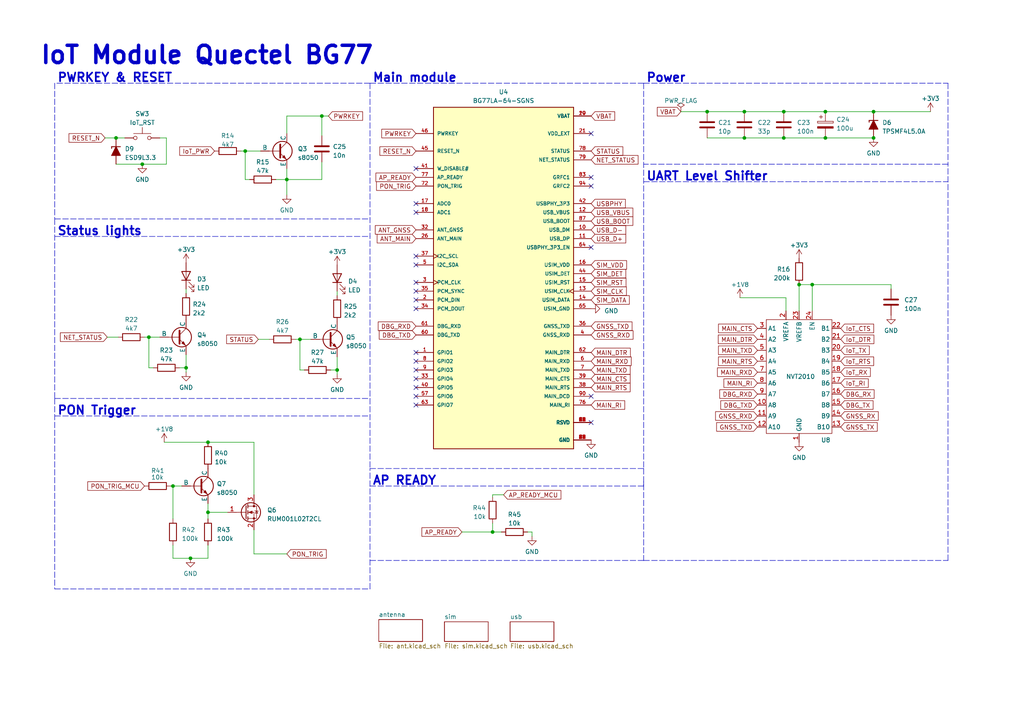
<source format=kicad_sch>
(kicad_sch (version 20230121) (generator eeschema)
  (paper "A4")
  (title_block (title "OBD Monitoring Device") (date "2023-02-27") (company "VUT"))
  (lib_symbols
    (symbol "BG77LA-64-SGNS:BG77LA-64-SGNS" (pin_names (offset 1.016))
      (property "Reference" "U4" (at 0 52.705 0))
      (property "Value" "BG77LA-64-SGNS" (at 0 50.165 0))
      (symbol "BG77LA-64-SGNS_0_0"
        (rectangle (start -20.32 -50.8) (end 20.32 48.26) (stroke (width 0.254)) (fill (type background)))
        (pin bidirectional line (at -25.4 -22.86 0) (length 5.08) (name "GPIO1") (number "1"))
        (pin bidirectional line (at 25.4 12.7 180) (length 5.08) (name "USB_DM") (number "10"))
        (pin bidirectional line (at 25.4 10.16 180) (length 5.08) (name "USB_DP") (number "11"))
        (pin input line (at 25.4 17.78 180) (length 5.08) (name "USB_VBUS") (number "12"))
        (pin output clock (at 25.4 -5.08 180) (length 5.08) (name "USIM_CLK") (number "13"))
        (pin bidirectional line (at 25.4 -7.62 180) (length 5.08) (name "USIM_DATA") (number "14"))
        (pin output line (at 25.4 -2.54 180) (length 5.08) (name "USIM_RST") (number "15"))
        (pin power_out line (at 25.4 2.54 180) (length 5.08) (name "USIM_VDD") (number "16"))
        (pin input line (at -25.4 20.32 0) (length 5.08) (name "ADC0") (number "17"))
        (pin input line (at -25.4 17.78 0) (length 5.08) (name "ADC1") (number "18"))
        (pin power_in line (at 25.4 45.72 180) (length 5.08) (name "VBAT") (number "19"))
        (pin input line (at -25.4 -7.62 0) (length 5.08) (name "PCM_DIN") (number "2"))
        (pin power_in line (at 25.4 45.72 180) (length 5.08) (name "VBAT") (number "20"))
        (pin output line (at 25.4 40.64 180) (length 5.08) (name "VDD_EXT") (number "21"))
        (pin power_in line (at 25.4 -48.26 180) (length 5.08) (name "GND") (number "22"))
        (pin power_in line (at 25.4 -48.26 180) (length 5.08) (name "GND") (number "23"))
        (pin power_in line (at 25.4 -48.26 180) (length 5.08) (name "GND") (number "24"))
        (pin power_in line (at 25.4 -48.26 180) (length 5.08) (name "GND") (number "25"))
        (pin bidirectional line (at -25.4 10.16 0) (length 5.08) (name "ANT_MAIN") (number "26"))
        (pin power_in line (at 25.4 -48.26 180) (length 5.08) (name "GND") (number "27"))
        (pin power_in line (at 25.4 -48.26 180) (length 5.08) (name "GND") (number "28"))
        (pin passive line (at 25.4 -43.18 180) (length 5.08) (name "RSVD") (number "29"))
        (pin output clock (at -25.4 -2.54 0) (length 5.08) (name "PCM_CLK") (number "3"))
        (pin power_in line (at 25.4 -48.26 180) (length 5.08) (name "GND") (number "30"))
        (pin power_in line (at 25.4 -48.26 180) (length 5.08) (name "GND") (number "31"))
        (pin input line (at -25.4 12.7 0) (length 5.08) (name "ANT_GNSS") (number "32"))
        (pin bidirectional line (at -25.4 -30.48 0) (length 5.08) (name "GPIO4") (number "33"))
        (pin output line (at -25.4 -10.16 0) (length 5.08) (name "PCM_DOUT") (number "34"))
        (pin output line (at -25.4 -5.08 0) (length 5.08) (name "PCM_SYNC") (number "35"))
        (pin output line (at 25.4 -15.24 180) (length 5.08) (name "GNSS_TXD") (number "36"))
        (pin input clock (at -25.4 5.08 0) (length 5.08) (name "I2C_SCL") (number "37"))
        (pin input line (at 25.4 -33.02 180) (length 5.08) (name "MAIN_RTS") (number "38"))
        (pin output line (at 25.4 -30.48 180) (length 5.08) (name "MAIN_CTS") (number "39"))
        (pin input line (at 25.4 -17.78 180) (length 5.08) (name "GNSS_RXD") (number "4"))
        (pin bidirectional line (at -25.4 -33.02 0) (length 5.08) (name "GPIO5") (number "40"))
        (pin input line (at -25.4 30.48 0) (length 5.08) (name "W_DISABLE#") (number "41"))
        (pin power_in line (at 25.4 20.32 180) (length 5.08) (name "USBPHY_3P3") (number "42"))
        (pin power_in line (at 25.4 -48.26 180) (length 5.08) (name "GND") (number "43"))
        (pin input line (at 25.4 0 180) (length 5.08) (name "USIM_DET") (number "44"))
        (pin input line (at -25.4 35.56 0) (length 5.08) (name "RESET_N") (number "45"))
        (pin input line (at -25.4 40.64 0) (length 5.08) (name "PWRKEY") (number "46"))
        (pin power_in line (at 25.4 -48.26 180) (length 5.08) (name "GND") (number "47"))
        (pin passive line (at 25.4 -43.18 180) (length 5.08) (name "RSVD") (number "48"))
        (pin passive line (at 25.4 -43.18 180) (length 5.08) (name "RSVD") (number "49"))
        (pin bidirectional line (at -25.4 2.54 0) (length 5.08) (name "I2C_SDA") (number "5"))
        (pin passive line (at 25.4 -43.18 180) (length 5.08) (name "RSVD") (number "50"))
        (pin passive line (at 25.4 -43.18 180) (length 5.08) (name "RSVD") (number "51"))
        (pin power_in line (at 25.4 -48.26 180) (length 5.08) (name "GND") (number "52"))
        (pin power_in line (at 25.4 -48.26 180) (length 5.08) (name "GND") (number "53"))
        (pin power_in line (at 25.4 -48.26 180) (length 5.08) (name "GND") (number "54"))
        (pin power_in line (at 25.4 -48.26 180) (length 5.08) (name "GND") (number "55"))
        (pin power_in line (at 25.4 -48.26 180) (length 5.08) (name "GND") (number "56"))
        (pin bidirectional line (at -25.4 -35.56 0) (length 5.08) (name "GPIO6") (number "57"))
        (pin power_in line (at 25.4 -48.26 180) (length 5.08) (name "GND") (number "58"))
        (pin passive line (at 25.4 -43.18 180) (length 5.08) (name "RSVD") (number "59"))
        (pin input line (at 25.4 -25.4 180) (length 5.08) (name "MAIN_RXD") (number "6"))
        (pin output line (at -25.4 -17.78 0) (length 5.08) (name "DBG_TXD") (number "60"))
        (pin input line (at -25.4 -15.24 0) (length 5.08) (name "DBG_RXD") (number "61"))
        (pin input line (at 25.4 -22.86 180) (length 5.08) (name "MAIN_DTR") (number "62"))
        (pin bidirectional line (at -25.4 -38.1 0) (length 5.08) (name "GPIO7") (number "63"))
        (pin output line (at 25.4 7.62 180) (length 5.08) (name "USBPHY_3P3_EN") (number "64"))
        (pin power_in line (at 25.4 -10.16 180) (length 5.08) (name "USIM_GND") (number "65"))
        (pin power_in line (at 25.4 -48.26 180) (length 5.08) (name "GND") (number "66"))
        (pin passive line (at 25.4 -43.18 180) (length 5.08) (name "RSVD") (number "67"))
        (pin passive line (at 25.4 -43.18 180) (length 5.08) (name "RSVD") (number "68"))
        (pin passive line (at 25.4 -43.18 180) (length 5.08) (name "RSVD") (number "69"))
        (pin output line (at 25.4 -27.94 180) (length 5.08) (name "MAIN_TXD") (number "7"))
        (pin passive line (at 25.4 -43.18 180) (length 5.08) (name "RSVD") (number "70"))
        (pin passive line (at 25.4 -43.18 180) (length 5.08) (name "RSVD") (number "71"))
        (pin input line (at -25.4 25.4 0) (length 5.08) (name "PON_TRIG") (number "72"))
        (pin power_in line (at 25.4 -48.26 180) (length 5.08) (name "GND") (number "73"))
        (pin power_in line (at 25.4 -48.26 180) (length 5.08) (name "GND") (number "74"))
        (pin power_in line (at 25.4 -48.26 180) (length 5.08) (name "GND") (number "75"))
        (pin output line (at 25.4 -38.1 180) (length 5.08) (name "MAIN_RI") (number "76"))
        (pin input line (at -25.4 27.94 0) (length 5.08) (name "AP_READY") (number "77"))
        (pin output line (at 25.4 35.56 180) (length 5.08) (name "STATUS") (number "78"))
        (pin output line (at 25.4 33.02 180) (length 5.08) (name "NET_STATUS") (number "79"))
        (pin bidirectional line (at -25.4 -25.4 0) (length 5.08) (name "GPIO2") (number "8"))
        (pin passive line (at 25.4 -43.18 180) (length 5.08) (name "RSVD") (number "80"))
        (pin passive line (at 25.4 -43.18 180) (length 5.08) (name "RSVD") (number "81"))
        (pin passive line (at 25.4 -43.18 180) (length 5.08) (name "RSVD") (number "82"))
        (pin output line (at 25.4 27.94 180) (length 5.08) (name "GRFC1") (number "83"))
        (pin power_in line (at 25.4 -48.26 180) (length 5.08) (name "GND") (number "84"))
        (pin power_in line (at 25.4 -48.26 180) (length 5.08) (name "GND") (number "85"))
        (pin power_in line (at 25.4 -48.26 180) (length 5.08) (name "GND") (number "86"))
        (pin input line (at 25.4 15.24 180) (length 5.08) (name "USB_BOOT") (number "87"))
        (pin power_in line (at 25.4 -48.26 180) (length 5.08) (name "GND") (number "88"))
        (pin power_in line (at 25.4 -48.26 180) (length 5.08) (name "GND") (number "89"))
        (pin bidirectional line (at -25.4 -27.94 0) (length 5.08) (name "GPIO3") (number "9"))
        (pin output line (at 25.4 -35.56 180) (length 5.08) (name "MAIN_DCD") (number "90"))
        (pin passive line (at 25.4 -43.18 180) (length 5.08) (name "RSVD") (number "91"))
        (pin passive line (at 25.4 -43.18 180) (length 5.08) (name "RSVD") (number "92"))
        (pin passive line (at 25.4 -43.18 180) (length 5.08) (name "RSVD") (number "93"))
        (pin output line (at 25.4 25.4 180) (length 5.08) (name "GRFC2") (number "94"))
      )
    )
    (symbol "Device:C" (pin_numbers hide) (pin_names (offset 0.254))
      (property "Reference" "C" (at 0.635 2.54 0))
      (property "Value" "C" (at 0.635 -2.54 0))
      (symbol "C_0_1"
        (polyline (pts (xy -2.032 -0.762) (xy 2.032 -0.762)) (stroke (width 0.508)))
        (polyline (pts (xy -2.032 0.762) (xy 2.032 0.762)) (stroke (width 0.508)))
      )
      (symbol "C_1_1"
        (pin passive line (at 0 3.81 270) (length 2.794) (name "~") (number "1"))
        (pin passive line (at 0 -3.81 90) (length 2.794) (name "~") (number "2"))
      )
    )
    (symbol "Device:C_Polarized" (pin_numbers hide) (pin_names (offset 0.254))
      (property "Reference" "C" (at 0.635 2.54 0))
      (property "Value" "C_Polarized" (at 0.635 -2.54 0))
      (symbol "C_Polarized_0_1"
        (rectangle (start -2.286 0.508) (end 2.286 1.016))
        (polyline (pts (xy -1.778 2.286) (xy -0.762 2.286)))
        (polyline (pts (xy -1.27 2.794) (xy -1.27 1.778)))
        (rectangle (start 2.286 -0.508) (end -2.286 -1.016) (fill (type outline)))
      )
      (symbol "C_Polarized_1_1"
        (pin passive line (at 0 3.81 270) (length 2.794) (name "~") (number "1"))
        (pin passive line (at 0 -3.81 90) (length 2.794) (name "~") (number "2"))
      )
    )
    (symbol "Device:LED" (pin_numbers hide) (pin_names (offset 1.016) hide)
      (property "Reference" "D" (at 0 2.54 0))
      (property "Value" "LED" (at 0 -2.54 0))
      (symbol "LED_0_1"
        (polyline (pts (xy -1.27 -1.27) (xy -1.27 1.27)) (stroke (width 0.254)))
        (polyline (pts (xy -1.27 0) (xy 1.27 0)))
        (polyline (pts (xy 1.27 -1.27) (xy 1.27 1.27) (xy -1.27 0) (xy 1.27 -1.27)) (stroke (width 0.254)))
        (polyline (pts (xy -3.048 -0.762) (xy -4.572 -2.286) (xy -3.81 -2.286) (xy -4.572 -2.286) (xy -4.572 -1.524)))
        (polyline (pts (xy -1.778 -0.762) (xy -3.302 -2.286) (xy -2.54 -2.286) (xy -3.302 -2.286) (xy -3.302 -1.524)))
      )
      (symbol "LED_1_1"
        (pin passive line (at -3.81 0 0) (length 2.54) (name "K") (number "1"))
        (pin passive line (at 3.81 0 180) (length 2.54) (name "A") (number "2"))
      )
    )
    (symbol "Device:Q_NMOS_GSD" (pin_names (offset 0) hide)
      (property "Reference" "Q" (at 5.08 1.27 0))
      (property "Value" "Q_NMOS_GSD" (at 5.08 -1.27 0))
      (symbol "Q_NMOS_GSD_0_1"
        (polyline (pts (xy 0.254 0) (xy -2.54 0)))
        (polyline (pts (xy 0.254 1.905) (xy 0.254 -1.905)) (stroke (width 0.254)))
        (polyline (pts (xy 0.762 -1.27) (xy 0.762 -2.286)) (stroke (width 0.254)))
        (polyline (pts (xy 0.762 0.508) (xy 0.762 -0.508)) (stroke (width 0.254)))
        (polyline (pts (xy 0.762 2.286) (xy 0.762 1.27)) (stroke (width 0.254)))
        (polyline (pts (xy 2.54 2.54) (xy 2.54 1.778)))
        (polyline (pts (xy 2.54 -2.54) (xy 2.54 0) (xy 0.762 0)))
        (polyline (pts (xy 0.762 -1.778) (xy 3.302 -1.778) (xy 3.302 1.778) (xy 0.762 1.778)))
        (polyline (pts (xy 1.016 0) (xy 2.032 0.381) (xy 2.032 -0.381) (xy 1.016 0)) (fill (type outline)))
        (polyline (pts (xy 2.794 0.508) (xy 2.921 0.381) (xy 3.683 0.381) (xy 3.81 0.254)))
        (polyline (pts (xy 3.302 0.381) (xy 2.921 -0.254) (xy 3.683 -0.254) (xy 3.302 0.381)))
        (circle (center 1.651 0) (radius 2.794) (stroke (width 0.254)))
        (circle (center 2.54 -1.778) (radius 0.254) (fill (type outline)))
        (circle (center 2.54 1.778) (radius 0.254) (fill (type outline)))
      )
      (symbol "Q_NMOS_GSD_1_1"
        (pin input line (at -5.08 0 0) (length 2.54) (name "G") (number "1"))
        (pin passive line (at 2.54 -5.08 90) (length 2.54) (name "S") (number "2"))
        (pin passive line (at 2.54 5.08 270) (length 2.54) (name "D") (number "3"))
      )
    )
    (symbol "Device:R" (pin_numbers hide) (pin_names (offset 0))
      (property "Reference" "R" (at 2.032 0 90))
      (property "Value" "R" (at 0 0 90))
      (symbol "R_0_1"
        (rectangle (start -1.016 -2.54) (end 1.016 2.54) (stroke (width 0.254)))
      )
      (symbol "R_1_1"
        (pin passive line (at 0 3.81 270) (length 1.27) (name "~") (number "1"))
        (pin passive line (at 0 -3.81 90) (length 1.27) (name "~") (number "2"))
      )
    )
    (symbol "PCM_Diode_TVS_AKL:ESD9L3.3" (pin_numbers hide) (pin_names (offset 1.016) hide)
      (property "Reference" "D" (at 0 5.08 0))
      (property "Value" "ESD9L3.3" (at 0 2.54 0))
      (symbol "ESD9L3.3_0_1"
        (polyline (pts (xy -1.27 0) (xy 1.27 0)))
        (polyline (pts (xy 1.27 -1.27) (xy 1.27 1.27)) (stroke (width 0.254)))
        (polyline (pts (xy 1.27 1.27) (xy 0.762 1.27)) (stroke (width 0.254)))
        (polyline (pts (xy -1.27 1.27) (xy -1.27 -1.27) (xy 1.27 0) (xy -1.27 1.27)) (stroke (width 0.254)) (fill (type outline)))
      )
      (symbol "ESD9L3.3_1_1"
        (pin passive line (at 3.81 0 180) (length 2.54) (name "K") (number "1"))
        (pin passive line (at -3.81 0 0) (length 2.54) (name "A") (number "2"))
      )
    )
    (symbol "PCM_Diode_TVS_AKL:TPSMF4L5.0A" (pin_numbers hide) (pin_names (offset 1.016) hide)
      (property "Reference" "D" (at 0 5.08 0))
      (property "Value" "TPSMF4L5.0A" (at 0 2.54 0))
      (symbol "TPSMF4L5.0A_0_1"
        (polyline (pts (xy -1.27 0) (xy 1.27 0)))
        (polyline (pts (xy 1.27 -1.27) (xy 1.27 1.27)) (stroke (width 0.254)))
        (polyline (pts (xy 1.27 1.27) (xy 0.762 1.27)) (stroke (width 0.254)))
        (polyline (pts (xy -1.27 1.27) (xy -1.27 -1.27) (xy 1.27 0) (xy -1.27 1.27)) (stroke (width 0.254)) (fill (type outline)))
      )
      (symbol "TPSMF4L5.0A_1_1"
        (pin passive line (at 3.81 0 180) (length 2.54) (name "K") (number "1"))
        (pin passive line (at -3.81 0 0) (length 2.54) (name "A") (number "2"))
      )
    )
    (symbol "Simulation_SPICE:NPN" (pin_numbers hide) (pin_names (offset 0))
      (property "Reference" "Q" (at -2.54 7.62 0))
      (property "Value" "NPN" (at -2.54 5.08 0))
      (symbol "NPN_0_1"
        (polyline (pts (xy -2.54 0) (xy 0.635 0)) (stroke (width 0.1524)))
        (polyline (pts (xy 0.635 0.635) (xy 2.54 2.54)))
        (polyline (pts (xy 2.794 -1.27) (xy 2.794 -1.27)) (stroke (width 0.1524)))
        (polyline (pts (xy 2.794 -1.27) (xy 2.794 -1.27)) (stroke (width 0.1524)))
        (polyline (pts (xy 0.635 -0.635) (xy 2.54 -2.54) (xy 2.54 -2.54)))
        (polyline (pts (xy 0.635 1.905) (xy 0.635 -1.905) (xy 0.635 -1.905)) (stroke (width 0.508)))
        (polyline (pts (xy 1.27 -1.778) (xy 1.778 -1.27) (xy 2.286 -2.286) (xy 1.27 -1.778) (xy 1.27 -1.778)) (fill (type outline)))
        (circle (center 1.27 0) (radius 2.8194) (stroke (width 0.254)))
      )
      (symbol "NPN_1_1"
        (pin open_collector line (at 2.54 5.08 270) (length 2.54) (name "C") (number "1"))
        (pin input line (at -5.08 0 0) (length 2.54) (name "B") (number "2"))
        (pin open_emitter line (at 2.54 -5.08 90) (length 2.54) (name "E") (number "3"))
      )
    )
    (symbol "Switch:SW_Push" (pin_numbers hide) (pin_names (offset 1.016) hide)
      (property "Reference" "SW" (at 1.27 2.54 0))
      (property "Value" "SW_Push" (at 0 -1.524 0))
      (symbol "SW_Push_0_1"
        (circle (center -2.032 0) (radius 0.508))
        (polyline (pts (xy 0 1.27) (xy 0 3.048)))
        (polyline (pts (xy 2.54 1.27) (xy -2.54 1.27)))
        (circle (center 2.032 0) (radius 0.508))
        (pin passive line (at -5.08 0 0) (length 2.54) (name "1") (number "1"))
        (pin passive line (at 5.08 0 180) (length 2.54) (name "2") (number "2"))
      )
    )
    (symbol "power:+1V8" (power) (pin_names (offset 0))
      (property "Value" "+1V8" (at 0 3.556 0))
      (symbol "+1V8_0_1"
        (polyline (pts (xy -0.762 1.27) (xy 0 2.54)))
        (polyline (pts (xy 0 0) (xy 0 2.54)))
        (polyline (pts (xy 0 2.54) (xy 0.762 1.27)))
      )
      (symbol "+1V8_1_1"
        (pin power_in line (at 0 0 90) (length 0) hide (name "+1V8") (number "1"))
      )
    )
    (symbol "power:+3V3" (power) (pin_names (offset 0))
      (property "Value" "+3V3" (at 0 3.556 0))
      (symbol "+3V3_0_1"
        (polyline (pts (xy -0.762 1.27) (xy 0 2.54)))
        (polyline (pts (xy 0 0) (xy 0 2.54)))
        (polyline (pts (xy 0 2.54) (xy 0.762 1.27)))
      )
      (symbol "+3V3_1_1"
        (pin power_in line (at 0 0 90) (length 0) hide (name "+3V3") (number "1"))
      )
    )
    (symbol "power:GND" (power) (pin_names (offset 0))
      (property "Value" "GND" (at 0 -3.81 0))
      (symbol "GND_0_1"
        (polyline (pts (xy 0 0) (xy 0 -1.27) (xy 1.27 -1.27) (xy 0 -2.54) (xy -1.27 -1.27) (xy 0 -1.27)))
      )
      (symbol "GND_1_1"
        (pin power_in line (at 0 0 270) (length 0) hide (name "GND") (number "1"))
      )
    )
    (symbol "power:PWR_FLAG" (power) (pin_numbers hide) (pin_names (offset 0) hide)
      (property "Value" "PWR_FLAG" (at 0 3.81 0))
      (symbol "PWR_FLAG_0_0"
        (pin power_out line (at 0 0 90) (length 0) (name "pwr") (number "1"))
      )
      (symbol "PWR_FLAG_0_1"
        (polyline (pts (xy 0 0) (xy 0 1.27) (xy -1.016 1.905) (xy 0 2.54) (xy 1.016 1.905) (xy 0 1.27)))
      )
    )
    (symbol "tme_library:NVT2010"
      (property "Reference" "U" (at 8.89 17.78 0))
      (property "Value" "NVT2010" (at 0 0 0))
      (symbol "NVT2010_0_1"
        (rectangle (start -9.525 16.51) (end 9.525 -16.51))
      )
      (symbol "NVT2010_1_1"
        (pin power_out line (at 0 -19.05 90) (length 2.54) (name "GND") (number "1"))
        (pin input line (at -12.065 -8.255 0) (length 2.54) (name "A8") (number "10"))
        (pin input line (at -12.065 -11.43 0) (length 2.54) (name "A9") (number "11"))
        (pin input line (at -12.065 -14.605 0) (length 2.54) (name "A10") (number "12"))
        (pin input line (at 12.065 -14.605 180) (length 2.54) (name "B10") (number "13"))
        (pin input line (at 12.065 -11.43 180) (length 2.54) (name "B9") (number "14"))
        (pin input line (at 12.065 -8.255 180) (length 2.54) (name "B8") (number "15"))
        (pin input line (at 12.065 -5.08 180) (length 2.54) (name "B7") (number "16"))
        (pin input line (at 12.065 -1.905 180) (length 2.54) (name "B6") (number "17"))
        (pin input line (at 12.065 1.27 180) (length 2.54) (name "B5") (number "18"))
        (pin input line (at 12.065 4.445 180) (length 2.54) (name "B4") (number "19"))
        (pin power_in line (at -3.81 19.05 270) (length 2.54) (name "VREFA") (number "2"))
        (pin input line (at 12.065 7.62 180) (length 2.54) (name "B3") (number "20"))
        (pin input line (at 12.065 10.795 180) (length 2.54) (name "B2") (number "21"))
        (pin input line (at 12.065 13.97 180) (length 2.54) (name "B1") (number "22"))
        (pin power_in line (at 0 19.05 270) (length 2.54) (name "VREFB") (number "23"))
        (pin input line (at 3.81 19.05 270) (length 2.54) (name "EN") (number "24"))
        (pin input line (at -12.065 13.97 0) (length 2.54) (name "A1") (number "3"))
        (pin input line (at -12.065 10.795 0) (length 2.54) (name "A2") (number "4"))
        (pin input line (at -12.065 7.62 0) (length 2.54) (name "A3") (number "5"))
        (pin input line (at -12.065 4.445 0) (length 2.54) (name "A4") (number "6"))
        (pin input line (at -12.065 1.27 0) (length 2.54) (name "A5") (number "7"))
        (pin input line (at -12.065 -1.905 0) (length 2.54) (name "A6") (number "8"))
        (pin input line (at -12.065 -5.08 0) (length 2.54) (name "A7") (number "9"))
      )
    )
  )
  (junction (at 60.325 148.59))
  (junction (at 231.775 82.55))
  (junction (at 43.18 97.79))
  (junction (at 41.275 47.625))
  (junction (at 71.12 43.815))
  (junction (at 83.185 52.07))
  (junction (at 239.395 32.385))
  (junction (at 60.325 128.27))
  (junction (at 227.33 40.005))
  (junction (at 239.395 40.005))
  (junction (at 215.9 32.385))
  (junction (at 253.365 32.385))
  (junction (at 227.33 32.385))
  (junction (at 55.245 161.925))
  (junction (at 50.165 140.97))
  (junction (at 93.345 33.655))
  (junction (at 53.975 106.68))
  (junction (at 215.9 40.005))
  (junction (at 33.655 40.005))
  (junction (at 253.365 40.005))
  (junction (at 97.79 107.315))
  (junction (at 235.585 82.55))
  (junction (at 142.875 154.305))
  (junction (at 205.105 32.385))
  (junction (at 86.995 98.425))
  (no_connect (at 171.45 71.755))
  (no_connect (at 171.45 38.735))
  (no_connect (at 120.65 74.295))
  (no_connect (at 120.65 107.315))
  (no_connect (at 120.65 61.595))
  (no_connect (at 120.65 59.055))
  (no_connect (at 120.65 84.455))
  (no_connect (at 120.65 76.835))
  (no_connect (at 120.65 102.235))
  (no_connect (at 120.65 114.935))
  (no_connect (at 120.65 89.535))
  (no_connect (at 120.65 112.395))
  (no_connect (at 120.65 104.775))
  (no_connect (at 120.65 81.915))
  (no_connect (at 120.65 109.855))
  (no_connect (at 171.45 114.935))
  (no_connect (at 120.65 48.895))
  (no_connect (at 171.45 51.435))
  (no_connect (at 171.45 122.555))
  (no_connect (at 171.45 53.975))
  (no_connect (at 120.65 86.995))
  (no_connect (at 120.65 117.475))
  (polyline (pts (xy 186.69 135.89) (xy 107.315 135.89)) (stroke (width 0) (type dash)))
  (wire (pts (xy 46.355 40.005) (xy 48.26 40.005)))
  (polyline (pts (xy 15.875 68.58) (xy 107.315 68.58)) (stroke (width 0) (type dash)))
  (wire (pts (xy 47.625 128.27) (xy 60.325 128.27)))
  (wire (pts (xy 227.965 86.36) (xy 227.965 90.17)))
  (wire (pts (xy 43.18 106.68) (xy 44.45 106.68)))
  (wire (pts (xy 197.485 32.385) (xy 205.105 32.385)))
  (wire (pts (xy 253.365 32.385) (xy 269.875 32.385)))
  (polyline (pts (xy 15.875 115.57) (xy 107.315 115.57)) (stroke (width 0) (type dash)))
  (wire (pts (xy 73.66 160.655) (xy 83.185 160.655)))
  (polyline (pts (xy 186.69 52.705) (xy 274.955 52.705)) (stroke (width 0) (type dash)))
  (wire (pts (xy 95.885 107.315) (xy 97.79 107.315)))
  (wire (pts (xy 48.26 40.005) (xy 48.26 47.625)))
  (wire (pts (xy 93.345 52.07) (xy 83.185 52.07)))
  (wire (pts (xy 73.66 153.67) (xy 73.66 160.655)))
  (polyline (pts (xy 15.875 170.815) (xy 107.315 170.815)) (stroke (width 0) (type dash)))
  (wire (pts (xy 239.395 40.005) (xy 253.365 40.005)))
  (wire (pts (xy 142.875 143.51) (xy 142.875 144.145)))
  (wire (pts (xy 215.9 40.005) (xy 227.33 40.005)))
  (wire (pts (xy 31.115 97.79) (xy 34.29 97.79)))
  (wire (pts (xy 50.165 140.97) (xy 50.165 150.495)))
  (polyline (pts (xy 107.315 140.97) (xy 186.69 140.97)) (stroke (width 0) (type dash)))
  (wire (pts (xy 53.975 106.68) (xy 53.975 107.95)))
  (wire (pts (xy 60.325 146.05) (xy 60.325 148.59)))
  (wire (pts (xy 33.655 40.005) (xy 36.195 40.005)))
  (polyline (pts (xy 15.875 24.13) (xy 15.875 63.5)) (stroke (width 0) (type dash)))
  (wire (pts (xy 60.325 148.59) (xy 60.325 150.495)))
  (polyline (pts (xy 107.315 24.13) (xy 186.69 24.13)) (stroke (width 0) (type dash)))
  (wire (pts (xy 97.79 107.315) (xy 97.79 108.585)))
  (wire (pts (xy 55.245 161.925) (xy 60.325 161.925)))
  (wire (pts (xy 205.105 32.385) (xy 215.9 32.385)))
  (wire (pts (xy 83.185 48.895) (xy 83.185 52.07)))
  (wire (pts (xy 83.185 33.655) (xy 83.185 38.735)))
  (wire (pts (xy 52.07 106.68) (xy 53.975 106.68)))
  (wire (pts (xy 86.995 107.315) (xy 88.265 107.315)))
  (wire (pts (xy 227.33 32.385) (xy 239.395 32.385)))
  (wire (pts (xy 231.775 82.55) (xy 235.585 82.55)))
  (wire (pts (xy 33.655 47.625) (xy 41.275 47.625)))
  (wire (pts (xy 41.91 97.79) (xy 43.18 97.79)))
  (wire (pts (xy 30.48 40.005) (xy 33.655 40.005)))
  (polyline (pts (xy 15.875 115.57) (xy 15.875 170.815)) (stroke (width 0) (type dash)))
  (wire (pts (xy 49.53 140.97) (xy 50.165 140.97)))
  (polyline (pts (xy 107.315 170.815) (xy 107.315 135.89)) (stroke (width 0) (type dash)))
  (wire (pts (xy 214.63 86.36) (xy 227.965 86.36)))
  (polyline (pts (xy 15.875 120.65) (xy 107.315 120.65)) (stroke (width 0) (type dash)))
  (wire (pts (xy 74.93 98.425) (xy 78.105 98.425)))
  (wire (pts (xy 142.875 154.305) (xy 145.415 154.305)))
  (wire (pts (xy 60.325 128.27) (xy 73.66 128.27)))
  (wire (pts (xy 154.305 154.305) (xy 154.305 155.575)))
  (wire (pts (xy 50.165 161.925) (xy 55.245 161.925)))
  (wire (pts (xy 97.79 103.505) (xy 97.79 107.315)))
  (wire (pts (xy 215.9 32.385) (xy 227.33 32.385)))
  (wire (pts (xy 154.305 154.305) (xy 153.035 154.305)))
  (polyline (pts (xy 186.69 24.13) (xy 186.69 135.89)) (stroke (width 0) (type dash)))
  (polyline (pts (xy 274.955 47.625) (xy 186.69 47.625)) (stroke (width 0) (type dash)))
  (polyline (pts (xy 107.315 24.13) (xy 15.875 24.13)) (stroke (width 0) (type dash)))
  (wire (pts (xy 43.18 97.79) (xy 46.355 97.79)))
  (polyline (pts (xy 274.955 24.13) (xy 274.955 47.625)) (stroke (width 0) (type dash)))
  (wire (pts (xy 146.05 143.51) (xy 142.875 143.51)))
  (wire (pts (xy 142.875 151.765) (xy 142.875 154.305)))
  (wire (pts (xy 133.985 154.305) (xy 142.875 154.305)))
  (wire (pts (xy 235.585 82.55) (xy 235.585 90.17)))
  (wire (pts (xy 53.975 83.82) (xy 53.975 85.09)))
  (wire (pts (xy 43.18 97.79) (xy 43.18 106.68)))
  (wire (pts (xy 50.165 158.115) (xy 50.165 161.925)))
  (wire (pts (xy 69.85 43.815) (xy 71.12 43.815)))
  (wire (pts (xy 235.585 82.55) (xy 258.445 82.55)))
  (wire (pts (xy 258.445 82.55) (xy 258.445 83.82)))
  (wire (pts (xy 227.33 40.005) (xy 239.395 40.005)))
  (wire (pts (xy 93.345 46.99) (xy 93.345 52.07)))
  (polyline (pts (xy 186.69 140.97) (xy 186.69 139.7)))
  (polyline (pts (xy 186.69 162.56) (xy 274.955 162.56)) (stroke (width 0) (type dash)))
  (polyline (pts (xy 186.69 135.89) (xy 186.69 162.56)) (stroke (width 0) (type dash)))
  (polyline (pts (xy 107.315 162.56) (xy 186.69 162.56)) (stroke (width 0) (type dash)))
  (wire (pts (xy 239.395 32.385) (xy 253.365 32.385)))
  (wire (pts (xy 73.66 128.27) (xy 73.66 143.51)))
  (polyline (pts (xy 15.875 63.5) (xy 15.875 115.57)) (stroke (width 0) (type dash)))
  (wire (pts (xy 231.775 82.55) (xy 231.775 90.17)))
  (wire (pts (xy 83.185 56.515) (xy 83.185 52.07)))
  (wire (pts (xy 85.725 98.425) (xy 86.995 98.425)))
  (wire (pts (xy 60.325 148.59) (xy 66.04 148.59)))
  (wire (pts (xy 72.39 52.07) (xy 71.12 52.07)))
  (wire (pts (xy 71.12 52.07) (xy 71.12 43.815)))
  (wire (pts (xy 71.12 43.815) (xy 75.565 43.815)))
  (wire (pts (xy 50.165 140.97) (xy 52.705 140.97)))
  (wire (pts (xy 48.26 47.625) (xy 41.275 47.625)))
  (polyline (pts (xy 274.955 162.56) (xy 274.955 47.625)) (stroke (width 0) (type dash)))
  (wire (pts (xy 97.79 84.455) (xy 97.79 85.725)))
  (wire (pts (xy 86.995 98.425) (xy 90.17 98.425)))
  (wire (pts (xy 53.975 102.87) (xy 53.975 106.68)))
  (wire (pts (xy 205.105 40.005) (xy 215.9 40.005)))
  (wire (pts (xy 86.995 98.425) (xy 86.995 107.315)))
  (wire (pts (xy 60.325 161.925) (xy 60.325 158.115)))
  (wire (pts (xy 95.25 33.655) (xy 93.345 33.655)))
  (polyline (pts (xy 107.315 24.13) (xy 107.315 135.89)) (stroke (width 0) (type dash)))
  (polyline (pts (xy 15.875 63.5) (xy 107.315 63.5)) (stroke (width 0) (type dash)))
  (polyline (pts (xy 186.69 24.13) (xy 274.955 24.13)) (stroke (width 0) (type dash)))
  (wire (pts (xy 93.345 33.655) (xy 93.345 39.37)))
  (wire (pts (xy 80.01 52.07) (xy 83.185 52.07)))
  (wire (pts (xy 93.345 33.655) (xy 83.185 33.655)))
  (text "AP READY" (at 107.95 140.97 0) (effects (font (size 2.5 2.5) bold) (justify left bottom)))
  (text "Status lights" (at 16.51 68.58 0) (effects (font (size 2.5 2.5) bold) (justify left bottom)))
  (text "Main module" (at 107.95 24.13 0) (effects (font (size 2.5 2.5) bold) (justify left bottom)))
  (text "PWRKEY & RESET" (at 16.51 24.13 0) (effects (font (size 2.5 2.5) bold) (justify left bottom)))
  (text "IoT Module Quectel BG77" (at 11.43 19.05 0) (effects (font (size 5 5) bold) (justify left bottom)))
  (text "UART Level Shifter" (at 187.325 52.705 0) (effects (font (size 2.5 2.5) bold) (justify left bottom)))
  (text "PON Trigger" (at 16.51 120.65 0) (effects (font (size 2.5 2.5) bold) (justify left bottom)))
  (text "Power" (at 187.325 24.13 0) (effects (font (size 2.5 2.5) bold) (justify left bottom)))
  (global_label "MAIN_RTS" (shape input) (at 171.45 112.395 0) (property "Intersheetrefs" "${INTERSHEET_REFS}" (effects hide)))
  (global_label "IoT_RI" (shape input) (at 243.84 111.125 0) (property "Intersheetrefs" "${INTERSHEET_REFS}" (effects hide)))
  (global_label "DBG_TXD" (shape input) (at 120.65 97.155 180) (property "Intersheetrefs" "${INTERSHEET_REFS}" (effects hide)))
  (global_label "USB_D+" (shape input) (at 171.45 69.215 0) (property "Intersheetrefs" "${INTERSHEET_REFS}" (effects hide)))
  (global_label "GNSS_TXD" (shape input) (at 219.71 123.825 180) (property "Intersheetrefs" "${INTERSHEET_REFS}" (effects hide)))
  (global_label "USB_VBUS" (shape input) (at 171.45 61.595 0) (property "Intersheetrefs" "${INTERSHEET_REFS}" (effects hide)))
  (global_label "AP_READY" (shape input) (at 133.985 154.305 180) (property "Intersheetrefs" "${INTERSHEET_REFS}" (effects hide)))
  (global_label "PON_TRIG" (shape input) (at 120.65 53.975 180) (property "Intersheetrefs" "${INTERSHEET_REFS}" (effects hide)))
  (global_label "IoT_RTS" (shape input) (at 243.84 104.775 0) (property "Intersheetrefs" "${INTERSHEET_REFS}" (effects hide)))
  (global_label "IoT_DTR" (shape input) (at 243.84 98.425 0) (property "Intersheetrefs" "${INTERSHEET_REFS}" (effects hide)))
  (global_label "MAIN_CTS" (shape input) (at 219.71 95.25 180) (property "Intersheetrefs" "${INTERSHEET_REFS}" (effects hide)))
  (global_label "GNSS_TXD" (shape input) (at 171.45 94.615 0) (property "Intersheetrefs" "${INTERSHEET_REFS}" (effects hide)))
  (global_label "ANT_MAIN" (shape input) (at 120.65 69.215 180) (property "Intersheetrefs" "${INTERSHEET_REFS}" (effects hide)))
  (global_label "USBPHY" (shape input) (at 171.45 59.055 0) (property "Intersheetrefs" "${INTERSHEET_REFS}" (effects hide)))
  (global_label "MAIN_TXD" (shape input) (at 171.45 107.315 0) (property "Intersheetrefs" "${INTERSHEET_REFS}" (effects hide)))
  (global_label "MAIN_RI" (shape input) (at 219.71 111.125 180) (property "Intersheetrefs" "${INTERSHEET_REFS}" (effects hide)))
  (global_label "SIM_CLK" (shape input) (at 171.45 84.455 0) (property "Intersheetrefs" "${INTERSHEET_REFS}" (effects hide)))
  (global_label "IoT_PWR" (shape input) (at 62.23 43.815 180) (property "Intersheetrefs" "${INTERSHEET_REFS}" (effects hide)))
  (global_label "GNSS_RXD" (shape input) (at 219.71 120.65 180) (property "Intersheetrefs" "${INTERSHEET_REFS}" (effects hide)))
  (global_label "SIM_DATA" (shape input) (at 171.45 86.995 0) (property "Intersheetrefs" "${INTERSHEET_REFS}" (effects hide)))
  (global_label "NET_STATUS" (shape input) (at 31.115 97.79 180) (property "Intersheetrefs" "${INTERSHEET_REFS}" (effects hide)))
  (global_label "AP_READY" (shape input) (at 120.65 51.435 180) (property "Intersheetrefs" "${INTERSHEET_REFS}" (effects hide)))
  (global_label "GNSS_RX" (shape input) (at 243.84 120.65 0) (property "Intersheetrefs" "${INTERSHEET_REFS}" (effects hide)))
  (global_label "MAIN_RI" (shape input) (at 171.45 117.475 0) (property "Intersheetrefs" "${INTERSHEET_REFS}" (effects hide)))
  (global_label "USB_BOOT" (shape input) (at 171.45 64.135 0) (property "Intersheetrefs" "${INTERSHEET_REFS}" (effects hide)))
  (global_label "MAIN_DTR" (shape input) (at 171.45 102.235 0) (property "Intersheetrefs" "${INTERSHEET_REFS}" (effects hide)))
  (global_label "IoT_RX" (shape input) (at 243.84 107.95 0) (property "Intersheetrefs" "${INTERSHEET_REFS}" (effects hide)))
  (global_label "MAIN_RXD" (shape input) (at 171.45 104.775 0) (property "Intersheetrefs" "${INTERSHEET_REFS}" (effects hide)))
  (global_label "GNSS_TX" (shape input) (at 243.84 123.825 0) (property "Intersheetrefs" "${INTERSHEET_REFS}" (effects hide)))
  (global_label "PON_TRIG" (shape input) (at 83.185 160.655 0) (property "Intersheetrefs" "${INTERSHEET_REFS}" (effects hide)))
  (global_label "VBAT" (shape input) (at 171.45 33.655 0) (property "Intersheetrefs" "${INTERSHEET_REFS}" (effects hide)))
  (global_label "SIM_DET" (shape input) (at 171.45 79.375 0) (property "Intersheetrefs" "${INTERSHEET_REFS}" (effects hide)))
  (global_label "PON_TRIG_MCU" (shape input) (at 41.91 140.97 180) (property "Intersheetrefs" "${INTERSHEET_REFS}" (effects hide)))
  (global_label "IoT_CTS" (shape input) (at 243.84 95.25 0) (property "Intersheetrefs" "${INTERSHEET_REFS}" (effects hide)))
  (global_label "DBG_TX" (shape input) (at 243.84 117.475 0) (property "Intersheetrefs" "${INTERSHEET_REFS}" (effects hide)))
  (global_label "SIM_VDD" (shape input) (at 171.45 76.835 0) (property "Intersheetrefs" "${INTERSHEET_REFS}" (effects hide)))
  (global_label "RESET_N" (shape input) (at 120.65 43.815 180) (property "Intersheetrefs" "${INTERSHEET_REFS}" (effects hide)))
  (global_label "ANT_GNSS" (shape input) (at 120.65 66.675 180) (property "Intersheetrefs" "${INTERSHEET_REFS}" (effects hide)))
  (global_label "NET_STATUS" (shape input) (at 171.45 46.355 0) (property "Intersheetrefs" "${INTERSHEET_REFS}" (effects hide)))
  (global_label "MAIN_RTS" (shape input) (at 219.71 104.775 180) (property "Intersheetrefs" "${INTERSHEET_REFS}" (effects hide)))
  (global_label "MAIN_TXD" (shape input) (at 219.71 101.6 180) (property "Intersheetrefs" "${INTERSHEET_REFS}" (effects hide)))
  (global_label "PWRKEY" (shape input) (at 95.25 33.655 0) (property "Intersheetrefs" "${INTERSHEET_REFS}" (effects hide)))
  (global_label "USB_D-" (shape input) (at 171.45 66.675 0) (property "Intersheetrefs" "${INTERSHEET_REFS}" (effects hide)))
  (global_label "MAIN_RXD" (shape input) (at 219.71 107.95 180) (property "Intersheetrefs" "${INTERSHEET_REFS}" (effects hide)))
  (global_label "IoT_TX" (shape input) (at 243.84 101.6 0) (property "Intersheetrefs" "${INTERSHEET_REFS}" (effects hide)))
  (global_label "DBG_RX" (shape input) (at 243.84 114.3 0) (property "Intersheetrefs" "${INTERSHEET_REFS}" (effects hide)))
  (global_label "VBAT" (shape input) (at 197.485 32.385 180) (property "Intersheetrefs" "${INTERSHEET_REFS}" (effects hide)))
  (global_label "PWRKEY" (shape input) (at 120.65 38.735 180) (property "Intersheetrefs" "${INTERSHEET_REFS}" (effects hide)))
  (global_label "RESET_N" (shape input) (at 30.48 40.005 180) (property "Intersheetrefs" "${INTERSHEET_REFS}" (effects hide)))
  (global_label "SIM_RST" (shape input) (at 171.45 81.915 0) (property "Intersheetrefs" "${INTERSHEET_REFS}" (effects hide)))
  (global_label "MAIN_DTR" (shape input) (at 219.71 98.425 180) (property "Intersheetrefs" "${INTERSHEET_REFS}" (effects hide)))
  (global_label "DBG_RXD" (shape input) (at 120.65 94.615 180) (property "Intersheetrefs" "${INTERSHEET_REFS}" (effects hide)))
  (global_label "MAIN_CTS" (shape input) (at 171.45 109.855 0) (property "Intersheetrefs" "${INTERSHEET_REFS}" (effects hide)))
  (global_label "STATUS" (shape input) (at 171.45 43.815 0) (property "Intersheetrefs" "${INTERSHEET_REFS}" (effects hide)))
  (global_label "GNSS_RXD" (shape input) (at 171.45 97.155 0) (property "Intersheetrefs" "${INTERSHEET_REFS}" (effects hide)))
  (global_label "DBG_TXD" (shape input) (at 219.71 117.475 180) (property "Intersheetrefs" "${INTERSHEET_REFS}" (effects hide)))
  (global_label "DBG_RXD" (shape input) (at 219.71 114.3 180) (property "Intersheetrefs" "${INTERSHEET_REFS}" (effects hide)))
  (global_label "STATUS" (shape input) (at 74.93 98.425 180) (property "Intersheetrefs" "${INTERSHEET_REFS}" (effects hide)))
  (global_label "AP_READY_MCU" (shape input) (at 146.05 143.51 0) (property "Intersheetrefs" "${INTERSHEET_REFS}" (effects hide)))
  (symbol (lib_id "power:GND") (at 97.79 108.585 0) (unit 1)
    (property "Reference" "#PWR042" (effects hide))
    (property "Value" "GND" (at 97.79 113.03 0))
  )
  (symbol (lib_id "Device:C_Polarized") (at 239.395 36.195 0) (unit 1)
    (property "Reference" "C24" (at 242.57 34.671 0) (effects (justify left)))
    (property "Value" "100u" (at 242.57 37.211 0) (effects (justify left)))
    (property "Footprint" "Capacitor_Tantalum_SMD:CP_EIA-1608-08_AVX-J" (effects hide))
  )
  (symbol (lib_id "Simulation_SPICE:NPN") (at 80.645 43.815 0) (unit 1)
    (property "Reference" "Q3" (at 86.36 43.18 0) (effects (justify left)))
    (property "Value" "s8050" (at 86.36 45.72 0) (effects (justify left)))
    (property "Footprint" "Package_TO_SOT_SMD:SOT-23" (effects hide))
    (property "Sim.Device" "NPN" (effects hide))
    (property "Sim.Type" "GUMMELPOON" (effects hide))
    (property "Sim.Pins" "1=C 2=B 3=E" (effects hide))
  )
  (symbol (lib_id "Device:R") (at 50.165 154.305 0) (unit 1)
    (property "Reference" "R42" (at 52.705 153.67 0) (effects (justify left)))
    (property "Value" "100k" (at 52.705 156.21 0) (effects (justify left)))
    (property "Footprint" "Resistor_SMD:R_0402_1005Metric" (effects hide))
  )
  (symbol (lib_id "power:PWR_FLAG") (at 197.485 32.385 0) (unit 1)
    (property "Reference" "#FLG05" (effects hide))
    (property "Value" "PWR_FLAG" (at 197.485 29.21 0))
  )
  (symbol (lib_id "Device:Q_NMOS_GSD") (at 71.12 148.59 0) (unit 1)
    (property "Reference" "Q6" (at 77.47 147.955 0) (effects (justify left)))
    (property "Value" "RUM001L02T2CL" (at 77.47 150.495 0) (effects (justify left)))
    (property "Footprint" "Package_TO_SOT_SMD:SOT-723" (effects hide))
  )
  (symbol (lib_id "Device:R") (at 45.72 140.97 90) (unit 1)
    (property "Reference" "R41" (at 43.815 136.525 90) (effects (justify right)))
    (property "Value" "10k" (at 43.815 138.43 90) (effects (justify right)))
    (property "Footprint" "Resistor_SMD:R_0402_1005Metric" (effects hide))
  )
  (symbol (lib_id "Device:C") (at 215.9 36.195 0) (unit 1)
    (property "Reference" "C22" (at 219.71 35.56 0) (effects (justify left)))
    (property "Value" "33p" (at 219.71 38.1 0) (effects (justify left)))
    (property "Footprint" "Capacitor_SMD:C_0402_1005Metric" (effects hide))
  )
  (symbol (lib_id "power:+1V8") (at 214.63 86.36 0) (unit 1)
    (property "Reference" "#PWR027" (effects hide))
    (property "Value" "+1V8" (at 214.63 82.55 0))
  )
  (symbol (lib_id "power:+3V3") (at 269.875 32.385 0) (unit 1)
    (property "Reference" "#PWR010" (effects hide))
    (property "Value" "+3V3" (at 269.875 28.575 0))
    (instances (project "iot_diagnostic_tool" (path "" (reference "#PWR010") (unit 1)) (path "" (reference "#PWR025") (unit 1))))
  )
  (symbol (lib_id "power:GND") (at 53.975 107.95 0) (unit 1)
    (property "Reference" "#PWR040" (effects hide))
    (property "Value" "GND" (at 53.975 112.395 0))
  )
  (symbol (lib_id "Device:R") (at 66.04 43.815 90) (unit 1)
    (property "Reference" "R14" (at 66.04 39.37 90))
    (property "Value" "4k7" (at 66.04 41.91 90))
    (property "Footprint" "Resistor_SMD:R_0402_1005Metric" (effects hide))
  )
  (symbol (lib_id "tme_library:NVT2010") (at 231.775 109.22 0) (unit 1)
    (property "Reference" "U8" (at 238.125 127.635 0) (effects (justify left)))
    (property "Value" "NVT2010" (at 227.965 109.22 0) (effects (justify left)))
    (property "Footprint" "Package_SO:TSSOP-24_4.4x7.8mm_P0.65mm" (effects hide))
    (property "Datasheet" "https://www.farnell.com/datasheets/1841966.pdf" (effects hide))
  )
  (symbol (lib_id "BG77LA-64-SGNS:BG77LA-64-SGNS") (at 146.05 79.375 0) (unit 1)
    (property "Reference" "U4" (at 146.05 26.67 0))
    (property "Value" "BG77LA-64-SGNS" (at 146.05 29.21 0))
    (property "Footprint" "BG77LA-64-SGNS:MODULE_BG77LA-64-SGNS" (effects hide))
    (property "Purchase-URL" "https://pricing.snapeda.com/search/part/BG77LA-64-SGNS/?ref=eda" (effects hide))
    (property "MF" "Quectel" (effects hide))
    (property "Package" "Package" (effects hide))
    (property "MP" "BG77LA-64-SGNS" (effects hide))
    (property "Availability" "In Stock" (effects hide))
    (property "Description" "Cellular, Navigation BeiDou, Galileo, GLONASS, GPS, GNSS, LTE Transceiver Module - Antenna Not Included Surface Mount" (effects hide))
    (property "Price" "None" (effects hide))
  )
  (symbol (lib_id "power:GND") (at 231.775 128.27 0) (unit 1)
    (property "Reference" "#PWR070" (effects hide))
    (property "Value" "GND" (at 231.775 132.715 0))
  )
  (symbol (lib_id "power:+3V3") (at 97.79 76.835 0) (unit 1)
    (property "Reference" "#PWR010" (effects hide))
    (property "Value" "+3V3" (at 97.79 73.025 0))
    (instances (project "iot_diagnostic_tool" (path "" (reference "#PWR010") (unit 1)) (path "" (reference "#PWR041") (unit 1))))
  )
  (symbol (lib_id "Device:R") (at 142.875 147.955 0) (mirror y) (unit 1)
    (property "Reference" "R44" (at 140.97 147.32 0) (effects (justify left)))
    (property "Value" "10k" (at 140.97 149.86 0) (effects (justify left)))
    (property "Footprint" "Resistor_SMD:R_0402_1005Metric" (effects hide))
  )
  (symbol (lib_id "PCM_Diode_TVS_AKL:ESD9L3.3") (at 33.655 43.815 90) (unit 1)
    (property "Reference" "D9" (at 36.195 43.18 90) (effects (justify right)))
    (property "Value" "ESD9L3.3" (at 36.195 45.72 90) (effects (justify right)))
    (property "Footprint" "Diode_SMD:D_SOD-923" (effects hide))
    (property "Datasheet" "https://www.tme.eu/Document/88b33137e0e12db995ce880c0007c002/ESD9L5.0ST5G.PDF" (effects hide))
    (instances (project "iot_diagnostic_tool" (path "" (reference "D9") (unit 1)) (path "" (reference "D10") (unit 1))))
  )
  (symbol (lib_id "power:+1V8") (at 47.625 128.27 0) (unit 1)
    (property "Reference" "#PWR060" (effects hide))
    (property "Value" "+1V8" (at 47.625 124.46 0))
  )
  (symbol (lib_id "power:GND") (at 171.45 89.535 90) (unit 1)
    (property "Reference" "#PWR068" (effects hide))
    (property "Value" "GND" (at 175.26 90.17 90) (effects (justify right)))
  )
  (symbol (lib_id "Device:R") (at 60.325 154.305 0) (unit 1)
    (property "Reference" "R43" (at 62.865 153.67 0) (effects (justify left)))
    (property "Value" "100k" (at 62.865 156.21 0) (effects (justify left)))
    (property "Footprint" "Resistor_SMD:R_0402_1005Metric" (effects hide))
  )
  (symbol (lib_id "Device:LED") (at 97.79 80.645 90) (unit 1)
    (property "Reference" "D4" (at 100.965 81.5975 90) (effects (justify right)))
    (property "Value" "LED" (at 100.965 84.1375 90) (effects (justify right)))
    (property "Footprint" "LED_SMD:LED_0402_1005Metric" (effects hide))
  )
  (symbol (lib_id "Device:R") (at 60.325 132.08 0) (unit 1)
    (property "Reference" "R40" (at 62.23 131.445 0) (effects (justify left)))
    (property "Value" "10k" (at 62.23 133.985 0) (effects (justify left)))
    (property "Footprint" "Resistor_SMD:R_0402_1005Metric" (effects hide))
  )
  (symbol (lib_id "power:GND") (at 55.245 161.925 0) (unit 1)
    (property "Reference" "#PWR061" (effects hide))
    (property "Value" "GND" (at 55.245 166.37 0))
  )
  (symbol (lib_id "power:GND") (at 253.365 40.005 0) (unit 1)
    (property "Reference" "#PWR015" (effects hide))
    (property "Value" "GND" (at 253.365 44.45 0))
  )
  (symbol (lib_id "Device:R") (at 149.225 154.305 90) (unit 1)
    (property "Reference" "R45" (at 149.225 149.225 90))
    (property "Value" "10k" (at 149.225 151.765 90))
    (property "Footprint" "Resistor_SMD:R_0402_1005Metric" (effects hide))
  )
  (symbol (lib_id "power:GND") (at 171.45 127.635 0) (unit 1)
    (property "Reference" "#PWR014" (effects hide))
    (property "Value" "GND" (at 171.45 132.08 0))
  )
  (symbol (lib_id "Simulation_SPICE:NPN") (at 51.435 97.79 0) (unit 1)
    (property "Reference" "Q4" (at 57.15 97.155 0) (effects (justify left)))
    (property "Value" "s8050" (at 57.15 99.695 0) (effects (justify left)))
    (property "Footprint" "Package_TO_SOT_SMD:SOT-23" (effects hide))
    (property "Sim.Device" "NPN" (effects hide))
    (property "Sim.Type" "GUMMELPOON" (effects hide))
    (property "Sim.Pins" "1=C 2=B 3=E" (effects hide))
  )
  (symbol (lib_id "power:GND") (at 258.445 91.44 0) (unit 1)
    (property "Reference" "#PWR071" (effects hide))
    (property "Value" "GND" (at 258.445 95.885 0))
  )
  (symbol (lib_id "Device:R") (at 231.775 78.74 0) (mirror y) (unit 1)
    (property "Reference" "R16" (at 229.235 78.105 0) (effects (justify left)))
    (property "Value" "200k" (at 229.235 80.645 0) (effects (justify left)))
    (property "Footprint" "Resistor_SMD:R_0402_1005Metric" (effects hide))
  )
  (symbol (lib_id "Switch:SW_Push") (at 41.275 40.005 0) (unit 1)
    (property "Reference" "SW3" (at 41.275 33.02 0))
    (property "Value" "IoT_RST" (at 41.275 35.56 0))
    (property "Footprint" "tme_library:XKB_TS_1187A" (effects hide))
  )
  (symbol (lib_id "Simulation_SPICE:NPN") (at 57.785 140.97 0) (unit 1)
    (property "Reference" "Q7" (at 62.865 140.335 0) (effects (justify left)))
    (property "Value" "s8050" (at 62.865 142.875 0) (effects (justify left)))
    (property "Footprint" "Package_TO_SOT_SMD:SOT-23" (effects hide))
    (property "Sim.Device" "NPN" (effects hide))
    (property "Sim.Type" "GUMMELPOON" (effects hide))
    (property "Sim.Pins" "1=C 2=B 3=E" (effects hide))
  )
  (symbol (lib_id "Device:R") (at 81.915 98.425 90) (unit 1)
    (property "Reference" "R26" (at 81.915 93.345 90))
    (property "Value" "4k7" (at 81.915 95.885 90))
    (property "Footprint" "Resistor_SMD:R_0402_1005Metric" (effects hide))
  )
  (symbol (lib_id "Device:C") (at 205.105 36.195 0) (unit 1)
    (property "Reference" "C21" (at 208.28 35.56 0) (effects (justify left)))
    (property "Value" "10p" (at 208.28 38.1 0) (effects (justify left)))
    (property "Footprint" "Capacitor_SMD:C_0402_1005Metric" (effects hide))
  )
  (symbol (lib_id "Device:R") (at 92.075 107.315 90) (unit 1)
    (property "Reference" "R27" (at 92.075 102.235 90))
    (property "Value" "47k" (at 92.075 104.775 90))
    (property "Footprint" "Resistor_SMD:R_0402_1005Metric" (effects hide))
  )
  (symbol (lib_id "power:+3V3") (at 53.975 76.2 0) (unit 1)
    (property "Reference" "#PWR010" (effects hide))
    (property "Value" "+3V3" (at 53.975 72.39 0))
    (instances (project "iot_diagnostic_tool" (path "" (reference "#PWR010") (unit 1)) (path "" (reference "#PWR039") (unit 1))))
  )
  (symbol (lib_id "Device:R") (at 48.26 106.68 90) (unit 1)
    (property "Reference" "R23" (at 48.26 101.6 90))
    (property "Value" "47k" (at 48.26 104.14 90))
    (property "Footprint" "Resistor_SMD:R_0402_1005Metric" (effects hide))
  )
  (symbol (lib_id "Device:C") (at 258.445 87.63 0) (unit 1)
    (property "Reference" "C27" (at 262.255 86.995 0) (effects (justify left)))
    (property "Value" "100n" (at 262.255 89.535 0) (effects (justify left)))
    (property "Footprint" "Capacitor_SMD:C_0402_1005Metric" (effects hide))
  )
  (symbol (lib_id "Device:LED") (at 53.975 80.01 90) (unit 1)
    (property "Reference" "D3" (at 57.15 80.9625 90) (effects (justify right)))
    (property "Value" "LED" (at 57.15 83.5025 90) (effects (justify right)))
    (property "Footprint" "LED_SMD:LED_0402_1005Metric" (effects hide))
  )
  (symbol (lib_id "PCM_Diode_TVS_AKL:TPSMF4L5.0A") (at 253.365 36.195 90) (unit 1)
    (property "Reference" "D6" (at 255.905 35.56 90) (effects (justify right)))
    (property "Value" "TPSMF4L5.0A" (at 255.905 38.1 90) (effects (justify right)))
    (property "Footprint" "Diode_SMD:D_SOD-123F" (effects hide))
    (property "Datasheet" "https://www.tme.eu/Document/e57d878506f39df4a0f565d8be4259a7/TPSMF4L_ser.pdf" (effects hide))
    (instances (project "iot_diagnostic_tool" (path "" (reference "D6") (unit 1)) (path "" (reference "D11") (unit 1))))
  )
  (symbol (lib_id "Simulation_SPICE:NPN") (at 95.25 98.425 0) (unit 1)
    (property "Reference" "Q5" (at 100.33 97.79 0) (effects (justify left)))
    (property "Value" "s8050" (at 100.33 100.33 0) (effects (justify left)))
    (property "Footprint" "Package_TO_SOT_SMD:SOT-23" (effects hide))
    (property "Sim.Device" "NPN" (effects hide))
    (property "Sim.Type" "GUMMELPOON" (effects hide))
    (property "Sim.Pins" "1=C 2=B 3=E" (effects hide))
  )
  (symbol (lib_id "power:GND") (at 83.185 56.515 0) (unit 1)
    (property "Reference" "#PWR020" (effects hide))
    (property "Value" "GND" (at 83.185 60.96 0))
  )
  (symbol (lib_id "power:GND") (at 41.275 47.625 0) (unit 1)
    (property "Reference" "#PWR059" (effects hide))
    (property "Value" "GND" (at 41.275 52.07 0))
  )
  (symbol (lib_id "Device:R") (at 97.79 89.535 0) (unit 1)
    (property "Reference" "R25" (at 99.695 88.9 0) (effects (justify left)))
    (property "Value" "2k2" (at 99.695 91.44 0) (effects (justify left)))
    (property "Footprint" "Resistor_SMD:R_0402_1005Metric" (effects hide))
  )
  (symbol (lib_id "Device:C") (at 227.33 36.195 0) (unit 1)
    (property "Reference" "C23" (at 231.14 35.56 0) (effects (justify left)))
    (property "Value" "100n" (at 231.14 38.1 0) (effects (justify left)))
    (property "Footprint" "Capacitor_SMD:C_0402_1005Metric" (effects hide))
  )
  (symbol (lib_id "Device:R") (at 38.1 97.79 90) (unit 1)
    (property "Reference" "R22" (at 38.1 92.71 90))
    (property "Value" "4k7" (at 38.1 95.25 90))
    (property "Footprint" "Resistor_SMD:R_0402_1005Metric" (effects hide))
  )
  (symbol (lib_id "Device:R") (at 76.2 52.07 270) (unit 1)
    (property "Reference" "R15" (at 76.2 46.99 90))
    (property "Value" "47k" (at 76.2 49.53 90))
    (property "Footprint" "Resistor_SMD:R_0402_1005Metric" (effects hide))
  )
  (symbol (lib_id "Device:C") (at 93.345 43.18 0) (unit 1)
    (property "Reference" "C25" (at 96.52 42.545 0) (effects (justify left)))
    (property "Value" "10n" (at 96.52 45.085 0) (effects (justify left)))
    (property "Footprint" "Capacitor_SMD:C_0402_1005Metric" (effects hide))
  )
  (symbol (lib_id "power:GND") (at 154.305 155.575 0) (unit 1)
    (property "Reference" "#PWR062" (effects hide))
    (property "Value" "GND" (at 154.305 160.02 0))
  )
  (symbol (lib_id "Device:R") (at 53.975 88.9 0) (unit 1)
    (property "Reference" "R24" (at 55.88 88.265 0) (effects (justify left)))
    (property "Value" "2k2" (at 55.88 90.805 0) (effects (justify left)))
    (property "Footprint" "Resistor_SMD:R_0402_1005Metric" (effects hide))
  )
  (symbol (lib_id "power:+3V3") (at 231.775 74.93 0) (unit 1)
    (property "Reference" "#PWR010" (effects hide))
    (property "Value" "+3V3" (at 231.775 71.12 0))
    (instances (project "iot_diagnostic_tool" (path "" (reference "#PWR010") (unit 1)) (path "" (reference "#PWR019") (unit 1))))
  )
  (sheet (at 147.955 180.34) (size 12.7 5.715) (stroke (width 0.1524))
    (property "Sheetname" "usb" (at 147.955 179.6284 0) (effects (justify left bottom)))
    (property "Sheetfile" "usb.kicad_sch" (at 147.955 186.6396 0) (effects (justify left top)))
  )
  (sheet (at 128.905 180.34) (size 12.7 5.715) (stroke (width 0.1524))
    (property "Sheetname" "sim" (at 128.905 179.6284 0) (effects (justify left bottom)))
    (property "Sheetfile" "sim.kicad_sch" (at 128.905 186.6396 0) (effects (justify left top)))
  )
  (sheet (at 109.855 179.705) (size 12.7 6.35) (stroke (width 0.1524))
    (property "Sheetname" "antenna" (at 109.855 178.9934 0) (effects (justify left bottom)))
    (property "Sheetfile" "ant.kicad_sch" (at 109.855 186.6396 0) (effects (justify left top)))
  )
)
</source>
